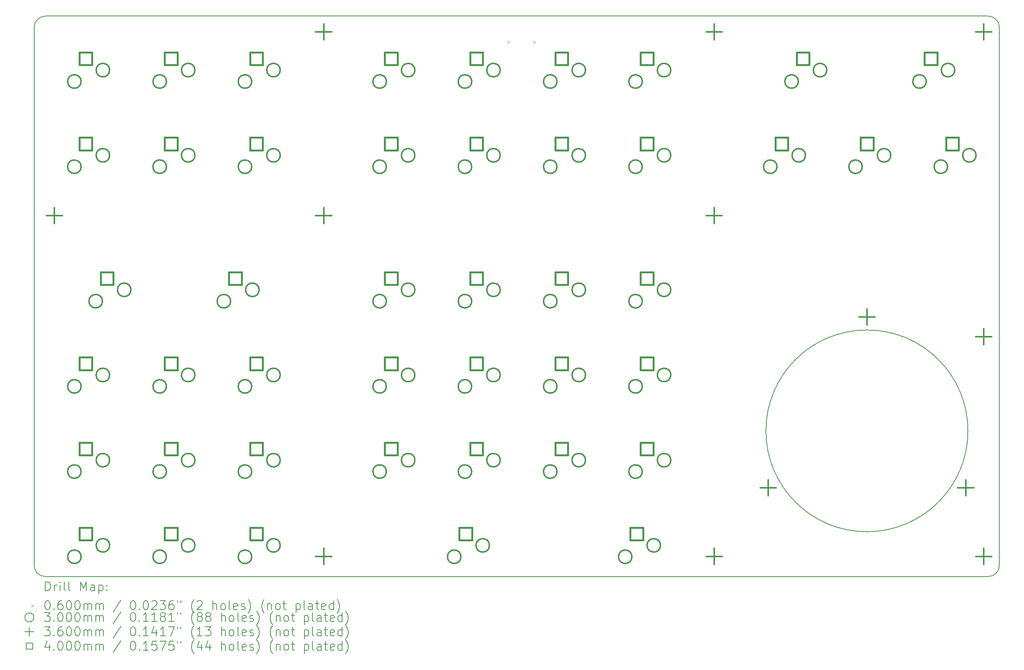
<source format=gbr>
%TF.GenerationSoftware,KiCad,Pcbnew,(6.0.7)*%
%TF.CreationDate,2023-02-05T05:32:13+01:00*%
%TF.ProjectId,DaVinciKbd,44615669-6e63-4694-9b62-642e6b696361,rev?*%
%TF.SameCoordinates,Original*%
%TF.FileFunction,Drillmap*%
%TF.FilePolarity,Positive*%
%FSLAX45Y45*%
G04 Gerber Fmt 4.5, Leading zero omitted, Abs format (unit mm)*
G04 Created by KiCad (PCBNEW (6.0.7)) date 2023-02-05 05:32:13*
%MOMM*%
%LPD*%
G01*
G04 APERTURE LIST*
%ADD10C,0.150000*%
%ADD11C,0.200000*%
%ADD12C,0.060000*%
%ADD13C,0.300000*%
%ADD14C,0.360000*%
%ADD15C,0.400000*%
G04 APERTURE END LIST*
D10*
X23500000Y-16250000D02*
G75*
G03*
X23750000Y-16000000I0J250000D01*
G01*
X23500000Y-16250000D02*
X2500000Y-16250000D01*
D11*
X23750000Y-13500000D02*
X23750000Y-16000000D01*
D10*
X2250000Y-4000000D02*
X2250000Y-16000000D01*
D11*
X23750000Y-13000000D02*
X23750000Y-4000000D01*
D10*
X2500000Y-3750000D02*
X23500000Y-3750000D01*
D11*
X23750000Y-13000000D02*
X23750000Y-13500000D01*
X23050000Y-13000000D02*
G75*
G03*
X23050000Y-13000000I-2250000J0D01*
G01*
D10*
X23750000Y-4000000D02*
G75*
G03*
X23500000Y-3750000I-250000J0D01*
G01*
X2500000Y-3750000D02*
G75*
G03*
X2250000Y-4000000I0J-250000D01*
G01*
X2250000Y-16000000D02*
G75*
G03*
X2500000Y-16250000I250000J0D01*
G01*
D11*
D12*
X12781000Y-4295000D02*
X12841000Y-4355000D01*
X12841000Y-4295000D02*
X12781000Y-4355000D01*
X13359000Y-4295000D02*
X13419000Y-4355000D01*
X13419000Y-4295000D02*
X13359000Y-4355000D01*
D13*
X3296000Y-5208000D02*
G75*
G03*
X3296000Y-5208000I-150000J0D01*
G01*
X3296000Y-7108000D02*
G75*
G03*
X3296000Y-7108000I-150000J0D01*
G01*
X3296000Y-12008000D02*
G75*
G03*
X3296000Y-12008000I-150000J0D01*
G01*
X3296000Y-13908000D02*
G75*
G03*
X3296000Y-13908000I-150000J0D01*
G01*
X3296000Y-15808000D02*
G75*
G03*
X3296000Y-15808000I-150000J0D01*
G01*
X3771000Y-10108000D02*
G75*
G03*
X3771000Y-10108000I-150000J0D01*
G01*
X3931000Y-4954000D02*
G75*
G03*
X3931000Y-4954000I-150000J0D01*
G01*
X3931000Y-6854000D02*
G75*
G03*
X3931000Y-6854000I-150000J0D01*
G01*
X3931000Y-11754000D02*
G75*
G03*
X3931000Y-11754000I-150000J0D01*
G01*
X3931000Y-13654000D02*
G75*
G03*
X3931000Y-13654000I-150000J0D01*
G01*
X3931000Y-15554000D02*
G75*
G03*
X3931000Y-15554000I-150000J0D01*
G01*
X4406000Y-9854000D02*
G75*
G03*
X4406000Y-9854000I-150000J0D01*
G01*
X5196000Y-5208000D02*
G75*
G03*
X5196000Y-5208000I-150000J0D01*
G01*
X5196000Y-7108000D02*
G75*
G03*
X5196000Y-7108000I-150000J0D01*
G01*
X5196000Y-12008000D02*
G75*
G03*
X5196000Y-12008000I-150000J0D01*
G01*
X5196000Y-13908000D02*
G75*
G03*
X5196000Y-13908000I-150000J0D01*
G01*
X5196000Y-15808000D02*
G75*
G03*
X5196000Y-15808000I-150000J0D01*
G01*
X5831000Y-4954000D02*
G75*
G03*
X5831000Y-4954000I-150000J0D01*
G01*
X5831000Y-6854000D02*
G75*
G03*
X5831000Y-6854000I-150000J0D01*
G01*
X5831000Y-11754000D02*
G75*
G03*
X5831000Y-11754000I-150000J0D01*
G01*
X5831000Y-13654000D02*
G75*
G03*
X5831000Y-13654000I-150000J0D01*
G01*
X5831000Y-15554000D02*
G75*
G03*
X5831000Y-15554000I-150000J0D01*
G01*
X6626000Y-10108000D02*
G75*
G03*
X6626000Y-10108000I-150000J0D01*
G01*
X7096000Y-5208000D02*
G75*
G03*
X7096000Y-5208000I-150000J0D01*
G01*
X7096000Y-7108000D02*
G75*
G03*
X7096000Y-7108000I-150000J0D01*
G01*
X7096000Y-12008000D02*
G75*
G03*
X7096000Y-12008000I-150000J0D01*
G01*
X7096000Y-13908000D02*
G75*
G03*
X7096000Y-13908000I-150000J0D01*
G01*
X7096000Y-15808000D02*
G75*
G03*
X7096000Y-15808000I-150000J0D01*
G01*
X7261000Y-9854000D02*
G75*
G03*
X7261000Y-9854000I-150000J0D01*
G01*
X7731000Y-4954000D02*
G75*
G03*
X7731000Y-4954000I-150000J0D01*
G01*
X7731000Y-6854000D02*
G75*
G03*
X7731000Y-6854000I-150000J0D01*
G01*
X7731000Y-11754000D02*
G75*
G03*
X7731000Y-11754000I-150000J0D01*
G01*
X7731000Y-13654000D02*
G75*
G03*
X7731000Y-13654000I-150000J0D01*
G01*
X7731000Y-15554000D02*
G75*
G03*
X7731000Y-15554000I-150000J0D01*
G01*
X10096000Y-5208000D02*
G75*
G03*
X10096000Y-5208000I-150000J0D01*
G01*
X10096000Y-7108000D02*
G75*
G03*
X10096000Y-7108000I-150000J0D01*
G01*
X10096000Y-10108000D02*
G75*
G03*
X10096000Y-10108000I-150000J0D01*
G01*
X10096000Y-12008000D02*
G75*
G03*
X10096000Y-12008000I-150000J0D01*
G01*
X10096000Y-13908000D02*
G75*
G03*
X10096000Y-13908000I-150000J0D01*
G01*
X10731000Y-4954000D02*
G75*
G03*
X10731000Y-4954000I-150000J0D01*
G01*
X10731000Y-6854000D02*
G75*
G03*
X10731000Y-6854000I-150000J0D01*
G01*
X10731000Y-9854000D02*
G75*
G03*
X10731000Y-9854000I-150000J0D01*
G01*
X10731000Y-11754000D02*
G75*
G03*
X10731000Y-11754000I-150000J0D01*
G01*
X10731000Y-13654000D02*
G75*
G03*
X10731000Y-13654000I-150000J0D01*
G01*
X11756000Y-15808000D02*
G75*
G03*
X11756000Y-15808000I-150000J0D01*
G01*
X11996000Y-5208000D02*
G75*
G03*
X11996000Y-5208000I-150000J0D01*
G01*
X11996000Y-7108000D02*
G75*
G03*
X11996000Y-7108000I-150000J0D01*
G01*
X11996000Y-10108000D02*
G75*
G03*
X11996000Y-10108000I-150000J0D01*
G01*
X11996000Y-12008000D02*
G75*
G03*
X11996000Y-12008000I-150000J0D01*
G01*
X11996000Y-13908000D02*
G75*
G03*
X11996000Y-13908000I-150000J0D01*
G01*
X12391000Y-15554000D02*
G75*
G03*
X12391000Y-15554000I-150000J0D01*
G01*
X12631000Y-4954000D02*
G75*
G03*
X12631000Y-4954000I-150000J0D01*
G01*
X12631000Y-6854000D02*
G75*
G03*
X12631000Y-6854000I-150000J0D01*
G01*
X12631000Y-9854000D02*
G75*
G03*
X12631000Y-9854000I-150000J0D01*
G01*
X12631000Y-11754000D02*
G75*
G03*
X12631000Y-11754000I-150000J0D01*
G01*
X12631000Y-13654000D02*
G75*
G03*
X12631000Y-13654000I-150000J0D01*
G01*
X13896000Y-5208000D02*
G75*
G03*
X13896000Y-5208000I-150000J0D01*
G01*
X13896000Y-7108000D02*
G75*
G03*
X13896000Y-7108000I-150000J0D01*
G01*
X13896000Y-10108000D02*
G75*
G03*
X13896000Y-10108000I-150000J0D01*
G01*
X13896000Y-12008000D02*
G75*
G03*
X13896000Y-12008000I-150000J0D01*
G01*
X13896000Y-13908000D02*
G75*
G03*
X13896000Y-13908000I-150000J0D01*
G01*
X14531000Y-4954000D02*
G75*
G03*
X14531000Y-4954000I-150000J0D01*
G01*
X14531000Y-6854000D02*
G75*
G03*
X14531000Y-6854000I-150000J0D01*
G01*
X14531000Y-9854000D02*
G75*
G03*
X14531000Y-9854000I-150000J0D01*
G01*
X14531000Y-11754000D02*
G75*
G03*
X14531000Y-11754000I-150000J0D01*
G01*
X14531000Y-13654000D02*
G75*
G03*
X14531000Y-13654000I-150000J0D01*
G01*
X15566000Y-15808000D02*
G75*
G03*
X15566000Y-15808000I-150000J0D01*
G01*
X15796000Y-5208000D02*
G75*
G03*
X15796000Y-5208000I-150000J0D01*
G01*
X15796000Y-7108000D02*
G75*
G03*
X15796000Y-7108000I-150000J0D01*
G01*
X15796000Y-10108000D02*
G75*
G03*
X15796000Y-10108000I-150000J0D01*
G01*
X15796000Y-12008000D02*
G75*
G03*
X15796000Y-12008000I-150000J0D01*
G01*
X15796000Y-13908000D02*
G75*
G03*
X15796000Y-13908000I-150000J0D01*
G01*
X16201000Y-15554000D02*
G75*
G03*
X16201000Y-15554000I-150000J0D01*
G01*
X16431000Y-4954000D02*
G75*
G03*
X16431000Y-4954000I-150000J0D01*
G01*
X16431000Y-6854000D02*
G75*
G03*
X16431000Y-6854000I-150000J0D01*
G01*
X16431000Y-9854000D02*
G75*
G03*
X16431000Y-9854000I-150000J0D01*
G01*
X16431000Y-11754000D02*
G75*
G03*
X16431000Y-11754000I-150000J0D01*
G01*
X16431000Y-13654000D02*
G75*
G03*
X16431000Y-13654000I-150000J0D01*
G01*
X18796000Y-7108000D02*
G75*
G03*
X18796000Y-7108000I-150000J0D01*
G01*
X19271000Y-5208000D02*
G75*
G03*
X19271000Y-5208000I-150000J0D01*
G01*
X19431000Y-6854000D02*
G75*
G03*
X19431000Y-6854000I-150000J0D01*
G01*
X19906000Y-4954000D02*
G75*
G03*
X19906000Y-4954000I-150000J0D01*
G01*
X20696000Y-7108000D02*
G75*
G03*
X20696000Y-7108000I-150000J0D01*
G01*
X21331000Y-6854000D02*
G75*
G03*
X21331000Y-6854000I-150000J0D01*
G01*
X22121000Y-5208000D02*
G75*
G03*
X22121000Y-5208000I-150000J0D01*
G01*
X22596000Y-7108000D02*
G75*
G03*
X22596000Y-7108000I-150000J0D01*
G01*
X22756000Y-4954000D02*
G75*
G03*
X22756000Y-4954000I-150000J0D01*
G01*
X23231000Y-6854000D02*
G75*
G03*
X23231000Y-6854000I-150000J0D01*
G01*
D14*
X2700000Y-8020000D02*
X2700000Y-8380000D01*
X2520000Y-8200000D02*
X2880000Y-8200000D01*
X8700000Y-3920000D02*
X8700000Y-4280000D01*
X8520000Y-4100000D02*
X8880000Y-4100000D01*
X8700000Y-8020000D02*
X8700000Y-8380000D01*
X8520000Y-8200000D02*
X8880000Y-8200000D01*
X8700000Y-15620000D02*
X8700000Y-15980000D01*
X8520000Y-15800000D02*
X8880000Y-15800000D01*
X17400000Y-3920000D02*
X17400000Y-4280000D01*
X17220000Y-4100000D02*
X17580000Y-4100000D01*
X17400000Y-8020000D02*
X17400000Y-8380000D01*
X17220000Y-8200000D02*
X17580000Y-8200000D01*
X17400000Y-15620000D02*
X17400000Y-15980000D01*
X17220000Y-15800000D02*
X17580000Y-15800000D01*
X18600000Y-14090000D02*
X18600000Y-14450000D01*
X18420000Y-14270000D02*
X18780000Y-14270000D01*
X20800000Y-10280000D02*
X20800000Y-10640000D01*
X20620000Y-10460000D02*
X20980000Y-10460000D01*
X23000000Y-14090000D02*
X23000000Y-14450000D01*
X22820000Y-14270000D02*
X23180000Y-14270000D01*
X23400000Y-3920000D02*
X23400000Y-4280000D01*
X23220000Y-4100000D02*
X23580000Y-4100000D01*
X23400000Y-10720000D02*
X23400000Y-11080000D01*
X23220000Y-10900000D02*
X23580000Y-10900000D01*
X23400000Y-15620000D02*
X23400000Y-15980000D01*
X23220000Y-15800000D02*
X23580000Y-15800000D01*
D15*
X3541423Y-4841423D02*
X3541423Y-4558577D01*
X3258577Y-4558577D01*
X3258577Y-4841423D01*
X3541423Y-4841423D01*
X3541423Y-6741423D02*
X3541423Y-6458577D01*
X3258577Y-6458577D01*
X3258577Y-6741423D01*
X3541423Y-6741423D01*
X3541423Y-11641423D02*
X3541423Y-11358577D01*
X3258577Y-11358577D01*
X3258577Y-11641423D01*
X3541423Y-11641423D01*
X3541423Y-13541423D02*
X3541423Y-13258577D01*
X3258577Y-13258577D01*
X3258577Y-13541423D01*
X3541423Y-13541423D01*
X3541423Y-15441423D02*
X3541423Y-15158577D01*
X3258577Y-15158577D01*
X3258577Y-15441423D01*
X3541423Y-15441423D01*
X4016423Y-9741423D02*
X4016423Y-9458577D01*
X3733577Y-9458577D01*
X3733577Y-9741423D01*
X4016423Y-9741423D01*
X5441423Y-4841423D02*
X5441423Y-4558577D01*
X5158577Y-4558577D01*
X5158577Y-4841423D01*
X5441423Y-4841423D01*
X5441423Y-6741423D02*
X5441423Y-6458577D01*
X5158577Y-6458577D01*
X5158577Y-6741423D01*
X5441423Y-6741423D01*
X5441423Y-11641423D02*
X5441423Y-11358577D01*
X5158577Y-11358577D01*
X5158577Y-11641423D01*
X5441423Y-11641423D01*
X5441423Y-13541423D02*
X5441423Y-13258577D01*
X5158577Y-13258577D01*
X5158577Y-13541423D01*
X5441423Y-13541423D01*
X5441423Y-15441423D02*
X5441423Y-15158577D01*
X5158577Y-15158577D01*
X5158577Y-15441423D01*
X5441423Y-15441423D01*
X6871423Y-9741423D02*
X6871423Y-9458577D01*
X6588577Y-9458577D01*
X6588577Y-9741423D01*
X6871423Y-9741423D01*
X7341423Y-4841423D02*
X7341423Y-4558577D01*
X7058577Y-4558577D01*
X7058577Y-4841423D01*
X7341423Y-4841423D01*
X7341423Y-6741423D02*
X7341423Y-6458577D01*
X7058577Y-6458577D01*
X7058577Y-6741423D01*
X7341423Y-6741423D01*
X7341423Y-11641423D02*
X7341423Y-11358577D01*
X7058577Y-11358577D01*
X7058577Y-11641423D01*
X7341423Y-11641423D01*
X7341423Y-13541423D02*
X7341423Y-13258577D01*
X7058577Y-13258577D01*
X7058577Y-13541423D01*
X7341423Y-13541423D01*
X7341423Y-15441423D02*
X7341423Y-15158577D01*
X7058577Y-15158577D01*
X7058577Y-15441423D01*
X7341423Y-15441423D01*
X10341423Y-4841423D02*
X10341423Y-4558577D01*
X10058577Y-4558577D01*
X10058577Y-4841423D01*
X10341423Y-4841423D01*
X10341423Y-6741423D02*
X10341423Y-6458577D01*
X10058577Y-6458577D01*
X10058577Y-6741423D01*
X10341423Y-6741423D01*
X10341423Y-9741423D02*
X10341423Y-9458577D01*
X10058577Y-9458577D01*
X10058577Y-9741423D01*
X10341423Y-9741423D01*
X10341423Y-11641423D02*
X10341423Y-11358577D01*
X10058577Y-11358577D01*
X10058577Y-11641423D01*
X10341423Y-11641423D01*
X10341423Y-13541423D02*
X10341423Y-13258577D01*
X10058577Y-13258577D01*
X10058577Y-13541423D01*
X10341423Y-13541423D01*
X12001423Y-15441423D02*
X12001423Y-15158577D01*
X11718577Y-15158577D01*
X11718577Y-15441423D01*
X12001423Y-15441423D01*
X12241423Y-4841423D02*
X12241423Y-4558577D01*
X11958577Y-4558577D01*
X11958577Y-4841423D01*
X12241423Y-4841423D01*
X12241423Y-6741423D02*
X12241423Y-6458577D01*
X11958577Y-6458577D01*
X11958577Y-6741423D01*
X12241423Y-6741423D01*
X12241423Y-9741423D02*
X12241423Y-9458577D01*
X11958577Y-9458577D01*
X11958577Y-9741423D01*
X12241423Y-9741423D01*
X12241423Y-11641423D02*
X12241423Y-11358577D01*
X11958577Y-11358577D01*
X11958577Y-11641423D01*
X12241423Y-11641423D01*
X12241423Y-13541423D02*
X12241423Y-13258577D01*
X11958577Y-13258577D01*
X11958577Y-13541423D01*
X12241423Y-13541423D01*
X14141423Y-4841423D02*
X14141423Y-4558577D01*
X13858577Y-4558577D01*
X13858577Y-4841423D01*
X14141423Y-4841423D01*
X14141423Y-6741423D02*
X14141423Y-6458577D01*
X13858577Y-6458577D01*
X13858577Y-6741423D01*
X14141423Y-6741423D01*
X14141423Y-9741423D02*
X14141423Y-9458577D01*
X13858577Y-9458577D01*
X13858577Y-9741423D01*
X14141423Y-9741423D01*
X14141423Y-11641423D02*
X14141423Y-11358577D01*
X13858577Y-11358577D01*
X13858577Y-11641423D01*
X14141423Y-11641423D01*
X14141423Y-13541423D02*
X14141423Y-13258577D01*
X13858577Y-13258577D01*
X13858577Y-13541423D01*
X14141423Y-13541423D01*
X15811423Y-15441423D02*
X15811423Y-15158577D01*
X15528577Y-15158577D01*
X15528577Y-15441423D01*
X15811423Y-15441423D01*
X16041423Y-4841423D02*
X16041423Y-4558577D01*
X15758577Y-4558577D01*
X15758577Y-4841423D01*
X16041423Y-4841423D01*
X16041423Y-6741423D02*
X16041423Y-6458577D01*
X15758577Y-6458577D01*
X15758577Y-6741423D01*
X16041423Y-6741423D01*
X16041423Y-9741423D02*
X16041423Y-9458577D01*
X15758577Y-9458577D01*
X15758577Y-9741423D01*
X16041423Y-9741423D01*
X16041423Y-11641423D02*
X16041423Y-11358577D01*
X15758577Y-11358577D01*
X15758577Y-11641423D01*
X16041423Y-11641423D01*
X16041423Y-13541423D02*
X16041423Y-13258577D01*
X15758577Y-13258577D01*
X15758577Y-13541423D01*
X16041423Y-13541423D01*
X19041423Y-6741423D02*
X19041423Y-6458577D01*
X18758577Y-6458577D01*
X18758577Y-6741423D01*
X19041423Y-6741423D01*
X19516423Y-4841423D02*
X19516423Y-4558577D01*
X19233577Y-4558577D01*
X19233577Y-4841423D01*
X19516423Y-4841423D01*
X20941423Y-6741423D02*
X20941423Y-6458577D01*
X20658577Y-6458577D01*
X20658577Y-6741423D01*
X20941423Y-6741423D01*
X22366423Y-4841423D02*
X22366423Y-4558577D01*
X22083577Y-4558577D01*
X22083577Y-4841423D01*
X22366423Y-4841423D01*
X22841423Y-6741423D02*
X22841423Y-6458577D01*
X22558577Y-6458577D01*
X22558577Y-6741423D01*
X22841423Y-6741423D01*
D11*
X2500119Y-16567976D02*
X2500119Y-16367976D01*
X2547738Y-16367976D01*
X2576310Y-16377500D01*
X2595357Y-16396548D01*
X2604881Y-16415595D01*
X2614405Y-16453690D01*
X2614405Y-16482262D01*
X2604881Y-16520357D01*
X2595357Y-16539405D01*
X2576310Y-16558452D01*
X2547738Y-16567976D01*
X2500119Y-16567976D01*
X2700119Y-16567976D02*
X2700119Y-16434643D01*
X2700119Y-16472738D02*
X2709643Y-16453690D01*
X2719167Y-16444167D01*
X2738214Y-16434643D01*
X2757262Y-16434643D01*
X2823928Y-16567976D02*
X2823928Y-16434643D01*
X2823928Y-16367976D02*
X2814405Y-16377500D01*
X2823928Y-16387024D01*
X2833452Y-16377500D01*
X2823928Y-16367976D01*
X2823928Y-16387024D01*
X2947738Y-16567976D02*
X2928690Y-16558452D01*
X2919167Y-16539405D01*
X2919167Y-16367976D01*
X3052500Y-16567976D02*
X3033452Y-16558452D01*
X3023928Y-16539405D01*
X3023928Y-16367976D01*
X3281071Y-16567976D02*
X3281071Y-16367976D01*
X3347738Y-16510833D01*
X3414405Y-16367976D01*
X3414405Y-16567976D01*
X3595357Y-16567976D02*
X3595357Y-16463214D01*
X3585833Y-16444167D01*
X3566786Y-16434643D01*
X3528690Y-16434643D01*
X3509643Y-16444167D01*
X3595357Y-16558452D02*
X3576309Y-16567976D01*
X3528690Y-16567976D01*
X3509643Y-16558452D01*
X3500119Y-16539405D01*
X3500119Y-16520357D01*
X3509643Y-16501309D01*
X3528690Y-16491786D01*
X3576309Y-16491786D01*
X3595357Y-16482262D01*
X3690595Y-16434643D02*
X3690595Y-16634643D01*
X3690595Y-16444167D02*
X3709643Y-16434643D01*
X3747738Y-16434643D01*
X3766786Y-16444167D01*
X3776309Y-16453690D01*
X3785833Y-16472738D01*
X3785833Y-16529881D01*
X3776309Y-16548928D01*
X3766786Y-16558452D01*
X3747738Y-16567976D01*
X3709643Y-16567976D01*
X3690595Y-16558452D01*
X3871548Y-16548928D02*
X3881071Y-16558452D01*
X3871548Y-16567976D01*
X3862024Y-16558452D01*
X3871548Y-16548928D01*
X3871548Y-16567976D01*
X3871548Y-16444167D02*
X3881071Y-16453690D01*
X3871548Y-16463214D01*
X3862024Y-16453690D01*
X3871548Y-16444167D01*
X3871548Y-16463214D01*
D12*
X2182500Y-16867500D02*
X2242500Y-16927500D01*
X2242500Y-16867500D02*
X2182500Y-16927500D01*
D11*
X2538214Y-16787976D02*
X2557262Y-16787976D01*
X2576310Y-16797500D01*
X2585833Y-16807024D01*
X2595357Y-16826071D01*
X2604881Y-16864167D01*
X2604881Y-16911786D01*
X2595357Y-16949881D01*
X2585833Y-16968929D01*
X2576310Y-16978452D01*
X2557262Y-16987976D01*
X2538214Y-16987976D01*
X2519167Y-16978452D01*
X2509643Y-16968929D01*
X2500119Y-16949881D01*
X2490595Y-16911786D01*
X2490595Y-16864167D01*
X2500119Y-16826071D01*
X2509643Y-16807024D01*
X2519167Y-16797500D01*
X2538214Y-16787976D01*
X2690595Y-16968929D02*
X2700119Y-16978452D01*
X2690595Y-16987976D01*
X2681071Y-16978452D01*
X2690595Y-16968929D01*
X2690595Y-16987976D01*
X2871548Y-16787976D02*
X2833452Y-16787976D01*
X2814405Y-16797500D01*
X2804881Y-16807024D01*
X2785833Y-16835595D01*
X2776310Y-16873690D01*
X2776310Y-16949881D01*
X2785833Y-16968929D01*
X2795357Y-16978452D01*
X2814405Y-16987976D01*
X2852500Y-16987976D01*
X2871548Y-16978452D01*
X2881071Y-16968929D01*
X2890595Y-16949881D01*
X2890595Y-16902262D01*
X2881071Y-16883214D01*
X2871548Y-16873690D01*
X2852500Y-16864167D01*
X2814405Y-16864167D01*
X2795357Y-16873690D01*
X2785833Y-16883214D01*
X2776310Y-16902262D01*
X3014405Y-16787976D02*
X3033452Y-16787976D01*
X3052500Y-16797500D01*
X3062024Y-16807024D01*
X3071548Y-16826071D01*
X3081071Y-16864167D01*
X3081071Y-16911786D01*
X3071548Y-16949881D01*
X3062024Y-16968929D01*
X3052500Y-16978452D01*
X3033452Y-16987976D01*
X3014405Y-16987976D01*
X2995357Y-16978452D01*
X2985833Y-16968929D01*
X2976309Y-16949881D01*
X2966786Y-16911786D01*
X2966786Y-16864167D01*
X2976309Y-16826071D01*
X2985833Y-16807024D01*
X2995357Y-16797500D01*
X3014405Y-16787976D01*
X3204881Y-16787976D02*
X3223928Y-16787976D01*
X3242976Y-16797500D01*
X3252500Y-16807024D01*
X3262024Y-16826071D01*
X3271548Y-16864167D01*
X3271548Y-16911786D01*
X3262024Y-16949881D01*
X3252500Y-16968929D01*
X3242976Y-16978452D01*
X3223928Y-16987976D01*
X3204881Y-16987976D01*
X3185833Y-16978452D01*
X3176309Y-16968929D01*
X3166786Y-16949881D01*
X3157262Y-16911786D01*
X3157262Y-16864167D01*
X3166786Y-16826071D01*
X3176309Y-16807024D01*
X3185833Y-16797500D01*
X3204881Y-16787976D01*
X3357262Y-16987976D02*
X3357262Y-16854643D01*
X3357262Y-16873690D02*
X3366786Y-16864167D01*
X3385833Y-16854643D01*
X3414405Y-16854643D01*
X3433452Y-16864167D01*
X3442976Y-16883214D01*
X3442976Y-16987976D01*
X3442976Y-16883214D02*
X3452500Y-16864167D01*
X3471548Y-16854643D01*
X3500119Y-16854643D01*
X3519167Y-16864167D01*
X3528690Y-16883214D01*
X3528690Y-16987976D01*
X3623928Y-16987976D02*
X3623928Y-16854643D01*
X3623928Y-16873690D02*
X3633452Y-16864167D01*
X3652500Y-16854643D01*
X3681071Y-16854643D01*
X3700119Y-16864167D01*
X3709643Y-16883214D01*
X3709643Y-16987976D01*
X3709643Y-16883214D02*
X3719167Y-16864167D01*
X3738214Y-16854643D01*
X3766786Y-16854643D01*
X3785833Y-16864167D01*
X3795357Y-16883214D01*
X3795357Y-16987976D01*
X4185833Y-16778452D02*
X4014405Y-17035595D01*
X4442976Y-16787976D02*
X4462024Y-16787976D01*
X4481071Y-16797500D01*
X4490595Y-16807024D01*
X4500119Y-16826071D01*
X4509643Y-16864167D01*
X4509643Y-16911786D01*
X4500119Y-16949881D01*
X4490595Y-16968929D01*
X4481071Y-16978452D01*
X4462024Y-16987976D01*
X4442976Y-16987976D01*
X4423929Y-16978452D01*
X4414405Y-16968929D01*
X4404881Y-16949881D01*
X4395357Y-16911786D01*
X4395357Y-16864167D01*
X4404881Y-16826071D01*
X4414405Y-16807024D01*
X4423929Y-16797500D01*
X4442976Y-16787976D01*
X4595357Y-16968929D02*
X4604881Y-16978452D01*
X4595357Y-16987976D01*
X4585833Y-16978452D01*
X4595357Y-16968929D01*
X4595357Y-16987976D01*
X4728690Y-16787976D02*
X4747738Y-16787976D01*
X4766786Y-16797500D01*
X4776310Y-16807024D01*
X4785833Y-16826071D01*
X4795357Y-16864167D01*
X4795357Y-16911786D01*
X4785833Y-16949881D01*
X4776310Y-16968929D01*
X4766786Y-16978452D01*
X4747738Y-16987976D01*
X4728690Y-16987976D01*
X4709643Y-16978452D01*
X4700119Y-16968929D01*
X4690595Y-16949881D01*
X4681071Y-16911786D01*
X4681071Y-16864167D01*
X4690595Y-16826071D01*
X4700119Y-16807024D01*
X4709643Y-16797500D01*
X4728690Y-16787976D01*
X4871548Y-16807024D02*
X4881071Y-16797500D01*
X4900119Y-16787976D01*
X4947738Y-16787976D01*
X4966786Y-16797500D01*
X4976310Y-16807024D01*
X4985833Y-16826071D01*
X4985833Y-16845119D01*
X4976310Y-16873690D01*
X4862024Y-16987976D01*
X4985833Y-16987976D01*
X5052500Y-16787976D02*
X5176310Y-16787976D01*
X5109643Y-16864167D01*
X5138214Y-16864167D01*
X5157262Y-16873690D01*
X5166786Y-16883214D01*
X5176310Y-16902262D01*
X5176310Y-16949881D01*
X5166786Y-16968929D01*
X5157262Y-16978452D01*
X5138214Y-16987976D01*
X5081071Y-16987976D01*
X5062024Y-16978452D01*
X5052500Y-16968929D01*
X5347738Y-16787976D02*
X5309643Y-16787976D01*
X5290595Y-16797500D01*
X5281071Y-16807024D01*
X5262024Y-16835595D01*
X5252500Y-16873690D01*
X5252500Y-16949881D01*
X5262024Y-16968929D01*
X5271548Y-16978452D01*
X5290595Y-16987976D01*
X5328690Y-16987976D01*
X5347738Y-16978452D01*
X5357262Y-16968929D01*
X5366786Y-16949881D01*
X5366786Y-16902262D01*
X5357262Y-16883214D01*
X5347738Y-16873690D01*
X5328690Y-16864167D01*
X5290595Y-16864167D01*
X5271548Y-16873690D01*
X5262024Y-16883214D01*
X5252500Y-16902262D01*
X5442976Y-16787976D02*
X5442976Y-16826071D01*
X5519167Y-16787976D02*
X5519167Y-16826071D01*
X5814405Y-17064167D02*
X5804881Y-17054643D01*
X5785833Y-17026071D01*
X5776309Y-17007024D01*
X5766786Y-16978452D01*
X5757262Y-16930833D01*
X5757262Y-16892738D01*
X5766786Y-16845119D01*
X5776309Y-16816548D01*
X5785833Y-16797500D01*
X5804881Y-16768928D01*
X5814405Y-16759405D01*
X5881071Y-16807024D02*
X5890595Y-16797500D01*
X5909643Y-16787976D01*
X5957262Y-16787976D01*
X5976309Y-16797500D01*
X5985833Y-16807024D01*
X5995357Y-16826071D01*
X5995357Y-16845119D01*
X5985833Y-16873690D01*
X5871548Y-16987976D01*
X5995357Y-16987976D01*
X6233452Y-16987976D02*
X6233452Y-16787976D01*
X6319167Y-16987976D02*
X6319167Y-16883214D01*
X6309643Y-16864167D01*
X6290595Y-16854643D01*
X6262024Y-16854643D01*
X6242976Y-16864167D01*
X6233452Y-16873690D01*
X6442976Y-16987976D02*
X6423928Y-16978452D01*
X6414405Y-16968929D01*
X6404881Y-16949881D01*
X6404881Y-16892738D01*
X6414405Y-16873690D01*
X6423928Y-16864167D01*
X6442976Y-16854643D01*
X6471548Y-16854643D01*
X6490595Y-16864167D01*
X6500119Y-16873690D01*
X6509643Y-16892738D01*
X6509643Y-16949881D01*
X6500119Y-16968929D01*
X6490595Y-16978452D01*
X6471548Y-16987976D01*
X6442976Y-16987976D01*
X6623928Y-16987976D02*
X6604881Y-16978452D01*
X6595357Y-16959405D01*
X6595357Y-16787976D01*
X6776309Y-16978452D02*
X6757262Y-16987976D01*
X6719167Y-16987976D01*
X6700119Y-16978452D01*
X6690595Y-16959405D01*
X6690595Y-16883214D01*
X6700119Y-16864167D01*
X6719167Y-16854643D01*
X6757262Y-16854643D01*
X6776309Y-16864167D01*
X6785833Y-16883214D01*
X6785833Y-16902262D01*
X6690595Y-16921310D01*
X6862024Y-16978452D02*
X6881071Y-16987976D01*
X6919167Y-16987976D01*
X6938214Y-16978452D01*
X6947738Y-16959405D01*
X6947738Y-16949881D01*
X6938214Y-16930833D01*
X6919167Y-16921310D01*
X6890595Y-16921310D01*
X6871548Y-16911786D01*
X6862024Y-16892738D01*
X6862024Y-16883214D01*
X6871548Y-16864167D01*
X6890595Y-16854643D01*
X6919167Y-16854643D01*
X6938214Y-16864167D01*
X7014405Y-17064167D02*
X7023928Y-17054643D01*
X7042976Y-17026071D01*
X7052500Y-17007024D01*
X7062024Y-16978452D01*
X7071548Y-16930833D01*
X7071548Y-16892738D01*
X7062024Y-16845119D01*
X7052500Y-16816548D01*
X7042976Y-16797500D01*
X7023928Y-16768928D01*
X7014405Y-16759405D01*
X7376309Y-17064167D02*
X7366786Y-17054643D01*
X7347738Y-17026071D01*
X7338214Y-17007024D01*
X7328690Y-16978452D01*
X7319167Y-16930833D01*
X7319167Y-16892738D01*
X7328690Y-16845119D01*
X7338214Y-16816548D01*
X7347738Y-16797500D01*
X7366786Y-16768928D01*
X7376309Y-16759405D01*
X7452500Y-16854643D02*
X7452500Y-16987976D01*
X7452500Y-16873690D02*
X7462024Y-16864167D01*
X7481071Y-16854643D01*
X7509643Y-16854643D01*
X7528690Y-16864167D01*
X7538214Y-16883214D01*
X7538214Y-16987976D01*
X7662024Y-16987976D02*
X7642976Y-16978452D01*
X7633452Y-16968929D01*
X7623928Y-16949881D01*
X7623928Y-16892738D01*
X7633452Y-16873690D01*
X7642976Y-16864167D01*
X7662024Y-16854643D01*
X7690595Y-16854643D01*
X7709643Y-16864167D01*
X7719167Y-16873690D01*
X7728690Y-16892738D01*
X7728690Y-16949881D01*
X7719167Y-16968929D01*
X7709643Y-16978452D01*
X7690595Y-16987976D01*
X7662024Y-16987976D01*
X7785833Y-16854643D02*
X7862024Y-16854643D01*
X7814405Y-16787976D02*
X7814405Y-16959405D01*
X7823928Y-16978452D01*
X7842976Y-16987976D01*
X7862024Y-16987976D01*
X8081071Y-16854643D02*
X8081071Y-17054643D01*
X8081071Y-16864167D02*
X8100119Y-16854643D01*
X8138214Y-16854643D01*
X8157262Y-16864167D01*
X8166786Y-16873690D01*
X8176309Y-16892738D01*
X8176309Y-16949881D01*
X8166786Y-16968929D01*
X8157262Y-16978452D01*
X8138214Y-16987976D01*
X8100119Y-16987976D01*
X8081071Y-16978452D01*
X8290595Y-16987976D02*
X8271548Y-16978452D01*
X8262024Y-16959405D01*
X8262024Y-16787976D01*
X8452500Y-16987976D02*
X8452500Y-16883214D01*
X8442976Y-16864167D01*
X8423929Y-16854643D01*
X8385833Y-16854643D01*
X8366786Y-16864167D01*
X8452500Y-16978452D02*
X8433452Y-16987976D01*
X8385833Y-16987976D01*
X8366786Y-16978452D01*
X8357262Y-16959405D01*
X8357262Y-16940357D01*
X8366786Y-16921310D01*
X8385833Y-16911786D01*
X8433452Y-16911786D01*
X8452500Y-16902262D01*
X8519167Y-16854643D02*
X8595357Y-16854643D01*
X8547738Y-16787976D02*
X8547738Y-16959405D01*
X8557262Y-16978452D01*
X8576310Y-16987976D01*
X8595357Y-16987976D01*
X8738214Y-16978452D02*
X8719167Y-16987976D01*
X8681071Y-16987976D01*
X8662024Y-16978452D01*
X8652500Y-16959405D01*
X8652500Y-16883214D01*
X8662024Y-16864167D01*
X8681071Y-16854643D01*
X8719167Y-16854643D01*
X8738214Y-16864167D01*
X8747738Y-16883214D01*
X8747738Y-16902262D01*
X8652500Y-16921310D01*
X8919167Y-16987976D02*
X8919167Y-16787976D01*
X8919167Y-16978452D02*
X8900119Y-16987976D01*
X8862024Y-16987976D01*
X8842976Y-16978452D01*
X8833452Y-16968929D01*
X8823929Y-16949881D01*
X8823929Y-16892738D01*
X8833452Y-16873690D01*
X8842976Y-16864167D01*
X8862024Y-16854643D01*
X8900119Y-16854643D01*
X8919167Y-16864167D01*
X8995357Y-17064167D02*
X9004881Y-17054643D01*
X9023929Y-17026071D01*
X9033452Y-17007024D01*
X9042976Y-16978452D01*
X9052500Y-16930833D01*
X9052500Y-16892738D01*
X9042976Y-16845119D01*
X9033452Y-16816548D01*
X9023929Y-16797500D01*
X9004881Y-16768928D01*
X8995357Y-16759405D01*
X2242500Y-17161500D02*
G75*
G03*
X2242500Y-17161500I-100000J0D01*
G01*
X2481071Y-17051976D02*
X2604881Y-17051976D01*
X2538214Y-17128167D01*
X2566786Y-17128167D01*
X2585833Y-17137690D01*
X2595357Y-17147214D01*
X2604881Y-17166262D01*
X2604881Y-17213881D01*
X2595357Y-17232929D01*
X2585833Y-17242452D01*
X2566786Y-17251976D01*
X2509643Y-17251976D01*
X2490595Y-17242452D01*
X2481071Y-17232929D01*
X2690595Y-17232929D02*
X2700119Y-17242452D01*
X2690595Y-17251976D01*
X2681071Y-17242452D01*
X2690595Y-17232929D01*
X2690595Y-17251976D01*
X2823928Y-17051976D02*
X2842976Y-17051976D01*
X2862024Y-17061500D01*
X2871548Y-17071024D01*
X2881071Y-17090071D01*
X2890595Y-17128167D01*
X2890595Y-17175786D01*
X2881071Y-17213881D01*
X2871548Y-17232929D01*
X2862024Y-17242452D01*
X2842976Y-17251976D01*
X2823928Y-17251976D01*
X2804881Y-17242452D01*
X2795357Y-17232929D01*
X2785833Y-17213881D01*
X2776310Y-17175786D01*
X2776310Y-17128167D01*
X2785833Y-17090071D01*
X2795357Y-17071024D01*
X2804881Y-17061500D01*
X2823928Y-17051976D01*
X3014405Y-17051976D02*
X3033452Y-17051976D01*
X3052500Y-17061500D01*
X3062024Y-17071024D01*
X3071548Y-17090071D01*
X3081071Y-17128167D01*
X3081071Y-17175786D01*
X3071548Y-17213881D01*
X3062024Y-17232929D01*
X3052500Y-17242452D01*
X3033452Y-17251976D01*
X3014405Y-17251976D01*
X2995357Y-17242452D01*
X2985833Y-17232929D01*
X2976309Y-17213881D01*
X2966786Y-17175786D01*
X2966786Y-17128167D01*
X2976309Y-17090071D01*
X2985833Y-17071024D01*
X2995357Y-17061500D01*
X3014405Y-17051976D01*
X3204881Y-17051976D02*
X3223928Y-17051976D01*
X3242976Y-17061500D01*
X3252500Y-17071024D01*
X3262024Y-17090071D01*
X3271548Y-17128167D01*
X3271548Y-17175786D01*
X3262024Y-17213881D01*
X3252500Y-17232929D01*
X3242976Y-17242452D01*
X3223928Y-17251976D01*
X3204881Y-17251976D01*
X3185833Y-17242452D01*
X3176309Y-17232929D01*
X3166786Y-17213881D01*
X3157262Y-17175786D01*
X3157262Y-17128167D01*
X3166786Y-17090071D01*
X3176309Y-17071024D01*
X3185833Y-17061500D01*
X3204881Y-17051976D01*
X3357262Y-17251976D02*
X3357262Y-17118643D01*
X3357262Y-17137690D02*
X3366786Y-17128167D01*
X3385833Y-17118643D01*
X3414405Y-17118643D01*
X3433452Y-17128167D01*
X3442976Y-17147214D01*
X3442976Y-17251976D01*
X3442976Y-17147214D02*
X3452500Y-17128167D01*
X3471548Y-17118643D01*
X3500119Y-17118643D01*
X3519167Y-17128167D01*
X3528690Y-17147214D01*
X3528690Y-17251976D01*
X3623928Y-17251976D02*
X3623928Y-17118643D01*
X3623928Y-17137690D02*
X3633452Y-17128167D01*
X3652500Y-17118643D01*
X3681071Y-17118643D01*
X3700119Y-17128167D01*
X3709643Y-17147214D01*
X3709643Y-17251976D01*
X3709643Y-17147214D02*
X3719167Y-17128167D01*
X3738214Y-17118643D01*
X3766786Y-17118643D01*
X3785833Y-17128167D01*
X3795357Y-17147214D01*
X3795357Y-17251976D01*
X4185833Y-17042452D02*
X4014405Y-17299595D01*
X4442976Y-17051976D02*
X4462024Y-17051976D01*
X4481071Y-17061500D01*
X4490595Y-17071024D01*
X4500119Y-17090071D01*
X4509643Y-17128167D01*
X4509643Y-17175786D01*
X4500119Y-17213881D01*
X4490595Y-17232929D01*
X4481071Y-17242452D01*
X4462024Y-17251976D01*
X4442976Y-17251976D01*
X4423929Y-17242452D01*
X4414405Y-17232929D01*
X4404881Y-17213881D01*
X4395357Y-17175786D01*
X4395357Y-17128167D01*
X4404881Y-17090071D01*
X4414405Y-17071024D01*
X4423929Y-17061500D01*
X4442976Y-17051976D01*
X4595357Y-17232929D02*
X4604881Y-17242452D01*
X4595357Y-17251976D01*
X4585833Y-17242452D01*
X4595357Y-17232929D01*
X4595357Y-17251976D01*
X4795357Y-17251976D02*
X4681071Y-17251976D01*
X4738214Y-17251976D02*
X4738214Y-17051976D01*
X4719167Y-17080548D01*
X4700119Y-17099595D01*
X4681071Y-17109119D01*
X4985833Y-17251976D02*
X4871548Y-17251976D01*
X4928690Y-17251976D02*
X4928690Y-17051976D01*
X4909643Y-17080548D01*
X4890595Y-17099595D01*
X4871548Y-17109119D01*
X5100119Y-17137690D02*
X5081071Y-17128167D01*
X5071548Y-17118643D01*
X5062024Y-17099595D01*
X5062024Y-17090071D01*
X5071548Y-17071024D01*
X5081071Y-17061500D01*
X5100119Y-17051976D01*
X5138214Y-17051976D01*
X5157262Y-17061500D01*
X5166786Y-17071024D01*
X5176310Y-17090071D01*
X5176310Y-17099595D01*
X5166786Y-17118643D01*
X5157262Y-17128167D01*
X5138214Y-17137690D01*
X5100119Y-17137690D01*
X5081071Y-17147214D01*
X5071548Y-17156738D01*
X5062024Y-17175786D01*
X5062024Y-17213881D01*
X5071548Y-17232929D01*
X5081071Y-17242452D01*
X5100119Y-17251976D01*
X5138214Y-17251976D01*
X5157262Y-17242452D01*
X5166786Y-17232929D01*
X5176310Y-17213881D01*
X5176310Y-17175786D01*
X5166786Y-17156738D01*
X5157262Y-17147214D01*
X5138214Y-17137690D01*
X5366786Y-17251976D02*
X5252500Y-17251976D01*
X5309643Y-17251976D02*
X5309643Y-17051976D01*
X5290595Y-17080548D01*
X5271548Y-17099595D01*
X5252500Y-17109119D01*
X5442976Y-17051976D02*
X5442976Y-17090071D01*
X5519167Y-17051976D02*
X5519167Y-17090071D01*
X5814405Y-17328167D02*
X5804881Y-17318643D01*
X5785833Y-17290071D01*
X5776309Y-17271024D01*
X5766786Y-17242452D01*
X5757262Y-17194833D01*
X5757262Y-17156738D01*
X5766786Y-17109119D01*
X5776309Y-17080548D01*
X5785833Y-17061500D01*
X5804881Y-17032929D01*
X5814405Y-17023405D01*
X5919167Y-17137690D02*
X5900119Y-17128167D01*
X5890595Y-17118643D01*
X5881071Y-17099595D01*
X5881071Y-17090071D01*
X5890595Y-17071024D01*
X5900119Y-17061500D01*
X5919167Y-17051976D01*
X5957262Y-17051976D01*
X5976309Y-17061500D01*
X5985833Y-17071024D01*
X5995357Y-17090071D01*
X5995357Y-17099595D01*
X5985833Y-17118643D01*
X5976309Y-17128167D01*
X5957262Y-17137690D01*
X5919167Y-17137690D01*
X5900119Y-17147214D01*
X5890595Y-17156738D01*
X5881071Y-17175786D01*
X5881071Y-17213881D01*
X5890595Y-17232929D01*
X5900119Y-17242452D01*
X5919167Y-17251976D01*
X5957262Y-17251976D01*
X5976309Y-17242452D01*
X5985833Y-17232929D01*
X5995357Y-17213881D01*
X5995357Y-17175786D01*
X5985833Y-17156738D01*
X5976309Y-17147214D01*
X5957262Y-17137690D01*
X6109643Y-17137690D02*
X6090595Y-17128167D01*
X6081071Y-17118643D01*
X6071548Y-17099595D01*
X6071548Y-17090071D01*
X6081071Y-17071024D01*
X6090595Y-17061500D01*
X6109643Y-17051976D01*
X6147738Y-17051976D01*
X6166786Y-17061500D01*
X6176309Y-17071024D01*
X6185833Y-17090071D01*
X6185833Y-17099595D01*
X6176309Y-17118643D01*
X6166786Y-17128167D01*
X6147738Y-17137690D01*
X6109643Y-17137690D01*
X6090595Y-17147214D01*
X6081071Y-17156738D01*
X6071548Y-17175786D01*
X6071548Y-17213881D01*
X6081071Y-17232929D01*
X6090595Y-17242452D01*
X6109643Y-17251976D01*
X6147738Y-17251976D01*
X6166786Y-17242452D01*
X6176309Y-17232929D01*
X6185833Y-17213881D01*
X6185833Y-17175786D01*
X6176309Y-17156738D01*
X6166786Y-17147214D01*
X6147738Y-17137690D01*
X6423928Y-17251976D02*
X6423928Y-17051976D01*
X6509643Y-17251976D02*
X6509643Y-17147214D01*
X6500119Y-17128167D01*
X6481071Y-17118643D01*
X6452500Y-17118643D01*
X6433452Y-17128167D01*
X6423928Y-17137690D01*
X6633452Y-17251976D02*
X6614405Y-17242452D01*
X6604881Y-17232929D01*
X6595357Y-17213881D01*
X6595357Y-17156738D01*
X6604881Y-17137690D01*
X6614405Y-17128167D01*
X6633452Y-17118643D01*
X6662024Y-17118643D01*
X6681071Y-17128167D01*
X6690595Y-17137690D01*
X6700119Y-17156738D01*
X6700119Y-17213881D01*
X6690595Y-17232929D01*
X6681071Y-17242452D01*
X6662024Y-17251976D01*
X6633452Y-17251976D01*
X6814405Y-17251976D02*
X6795357Y-17242452D01*
X6785833Y-17223405D01*
X6785833Y-17051976D01*
X6966786Y-17242452D02*
X6947738Y-17251976D01*
X6909643Y-17251976D01*
X6890595Y-17242452D01*
X6881071Y-17223405D01*
X6881071Y-17147214D01*
X6890595Y-17128167D01*
X6909643Y-17118643D01*
X6947738Y-17118643D01*
X6966786Y-17128167D01*
X6976309Y-17147214D01*
X6976309Y-17166262D01*
X6881071Y-17185310D01*
X7052500Y-17242452D02*
X7071548Y-17251976D01*
X7109643Y-17251976D01*
X7128690Y-17242452D01*
X7138214Y-17223405D01*
X7138214Y-17213881D01*
X7128690Y-17194833D01*
X7109643Y-17185310D01*
X7081071Y-17185310D01*
X7062024Y-17175786D01*
X7052500Y-17156738D01*
X7052500Y-17147214D01*
X7062024Y-17128167D01*
X7081071Y-17118643D01*
X7109643Y-17118643D01*
X7128690Y-17128167D01*
X7204881Y-17328167D02*
X7214405Y-17318643D01*
X7233452Y-17290071D01*
X7242976Y-17271024D01*
X7252500Y-17242452D01*
X7262024Y-17194833D01*
X7262024Y-17156738D01*
X7252500Y-17109119D01*
X7242976Y-17080548D01*
X7233452Y-17061500D01*
X7214405Y-17032929D01*
X7204881Y-17023405D01*
X7566786Y-17328167D02*
X7557262Y-17318643D01*
X7538214Y-17290071D01*
X7528690Y-17271024D01*
X7519167Y-17242452D01*
X7509643Y-17194833D01*
X7509643Y-17156738D01*
X7519167Y-17109119D01*
X7528690Y-17080548D01*
X7538214Y-17061500D01*
X7557262Y-17032929D01*
X7566786Y-17023405D01*
X7642976Y-17118643D02*
X7642976Y-17251976D01*
X7642976Y-17137690D02*
X7652500Y-17128167D01*
X7671548Y-17118643D01*
X7700119Y-17118643D01*
X7719167Y-17128167D01*
X7728690Y-17147214D01*
X7728690Y-17251976D01*
X7852500Y-17251976D02*
X7833452Y-17242452D01*
X7823928Y-17232929D01*
X7814405Y-17213881D01*
X7814405Y-17156738D01*
X7823928Y-17137690D01*
X7833452Y-17128167D01*
X7852500Y-17118643D01*
X7881071Y-17118643D01*
X7900119Y-17128167D01*
X7909643Y-17137690D01*
X7919167Y-17156738D01*
X7919167Y-17213881D01*
X7909643Y-17232929D01*
X7900119Y-17242452D01*
X7881071Y-17251976D01*
X7852500Y-17251976D01*
X7976309Y-17118643D02*
X8052500Y-17118643D01*
X8004881Y-17051976D02*
X8004881Y-17223405D01*
X8014405Y-17242452D01*
X8033452Y-17251976D01*
X8052500Y-17251976D01*
X8271548Y-17118643D02*
X8271548Y-17318643D01*
X8271548Y-17128167D02*
X8290595Y-17118643D01*
X8328690Y-17118643D01*
X8347738Y-17128167D01*
X8357262Y-17137690D01*
X8366786Y-17156738D01*
X8366786Y-17213881D01*
X8357262Y-17232929D01*
X8347738Y-17242452D01*
X8328690Y-17251976D01*
X8290595Y-17251976D01*
X8271548Y-17242452D01*
X8481071Y-17251976D02*
X8462024Y-17242452D01*
X8452500Y-17223405D01*
X8452500Y-17051976D01*
X8642976Y-17251976D02*
X8642976Y-17147214D01*
X8633452Y-17128167D01*
X8614405Y-17118643D01*
X8576310Y-17118643D01*
X8557262Y-17128167D01*
X8642976Y-17242452D02*
X8623929Y-17251976D01*
X8576310Y-17251976D01*
X8557262Y-17242452D01*
X8547738Y-17223405D01*
X8547738Y-17204357D01*
X8557262Y-17185310D01*
X8576310Y-17175786D01*
X8623929Y-17175786D01*
X8642976Y-17166262D01*
X8709643Y-17118643D02*
X8785833Y-17118643D01*
X8738214Y-17051976D02*
X8738214Y-17223405D01*
X8747738Y-17242452D01*
X8766786Y-17251976D01*
X8785833Y-17251976D01*
X8928690Y-17242452D02*
X8909643Y-17251976D01*
X8871548Y-17251976D01*
X8852500Y-17242452D01*
X8842976Y-17223405D01*
X8842976Y-17147214D01*
X8852500Y-17128167D01*
X8871548Y-17118643D01*
X8909643Y-17118643D01*
X8928690Y-17128167D01*
X8938214Y-17147214D01*
X8938214Y-17166262D01*
X8842976Y-17185310D01*
X9109643Y-17251976D02*
X9109643Y-17051976D01*
X9109643Y-17242452D02*
X9090595Y-17251976D01*
X9052500Y-17251976D01*
X9033452Y-17242452D01*
X9023929Y-17232929D01*
X9014405Y-17213881D01*
X9014405Y-17156738D01*
X9023929Y-17137690D01*
X9033452Y-17128167D01*
X9052500Y-17118643D01*
X9090595Y-17118643D01*
X9109643Y-17128167D01*
X9185833Y-17328167D02*
X9195357Y-17318643D01*
X9214405Y-17290071D01*
X9223929Y-17271024D01*
X9233452Y-17242452D01*
X9242976Y-17194833D01*
X9242976Y-17156738D01*
X9233452Y-17109119D01*
X9223929Y-17080548D01*
X9214405Y-17061500D01*
X9195357Y-17032929D01*
X9185833Y-17023405D01*
X2142500Y-17381500D02*
X2142500Y-17581500D01*
X2042500Y-17481500D02*
X2242500Y-17481500D01*
X2481071Y-17371976D02*
X2604881Y-17371976D01*
X2538214Y-17448167D01*
X2566786Y-17448167D01*
X2585833Y-17457690D01*
X2595357Y-17467214D01*
X2604881Y-17486262D01*
X2604881Y-17533881D01*
X2595357Y-17552929D01*
X2585833Y-17562452D01*
X2566786Y-17571976D01*
X2509643Y-17571976D01*
X2490595Y-17562452D01*
X2481071Y-17552929D01*
X2690595Y-17552929D02*
X2700119Y-17562452D01*
X2690595Y-17571976D01*
X2681071Y-17562452D01*
X2690595Y-17552929D01*
X2690595Y-17571976D01*
X2871548Y-17371976D02*
X2833452Y-17371976D01*
X2814405Y-17381500D01*
X2804881Y-17391024D01*
X2785833Y-17419595D01*
X2776310Y-17457690D01*
X2776310Y-17533881D01*
X2785833Y-17552929D01*
X2795357Y-17562452D01*
X2814405Y-17571976D01*
X2852500Y-17571976D01*
X2871548Y-17562452D01*
X2881071Y-17552929D01*
X2890595Y-17533881D01*
X2890595Y-17486262D01*
X2881071Y-17467214D01*
X2871548Y-17457690D01*
X2852500Y-17448167D01*
X2814405Y-17448167D01*
X2795357Y-17457690D01*
X2785833Y-17467214D01*
X2776310Y-17486262D01*
X3014405Y-17371976D02*
X3033452Y-17371976D01*
X3052500Y-17381500D01*
X3062024Y-17391024D01*
X3071548Y-17410071D01*
X3081071Y-17448167D01*
X3081071Y-17495786D01*
X3071548Y-17533881D01*
X3062024Y-17552929D01*
X3052500Y-17562452D01*
X3033452Y-17571976D01*
X3014405Y-17571976D01*
X2995357Y-17562452D01*
X2985833Y-17552929D01*
X2976309Y-17533881D01*
X2966786Y-17495786D01*
X2966786Y-17448167D01*
X2976309Y-17410071D01*
X2985833Y-17391024D01*
X2995357Y-17381500D01*
X3014405Y-17371976D01*
X3204881Y-17371976D02*
X3223928Y-17371976D01*
X3242976Y-17381500D01*
X3252500Y-17391024D01*
X3262024Y-17410071D01*
X3271548Y-17448167D01*
X3271548Y-17495786D01*
X3262024Y-17533881D01*
X3252500Y-17552929D01*
X3242976Y-17562452D01*
X3223928Y-17571976D01*
X3204881Y-17571976D01*
X3185833Y-17562452D01*
X3176309Y-17552929D01*
X3166786Y-17533881D01*
X3157262Y-17495786D01*
X3157262Y-17448167D01*
X3166786Y-17410071D01*
X3176309Y-17391024D01*
X3185833Y-17381500D01*
X3204881Y-17371976D01*
X3357262Y-17571976D02*
X3357262Y-17438643D01*
X3357262Y-17457690D02*
X3366786Y-17448167D01*
X3385833Y-17438643D01*
X3414405Y-17438643D01*
X3433452Y-17448167D01*
X3442976Y-17467214D01*
X3442976Y-17571976D01*
X3442976Y-17467214D02*
X3452500Y-17448167D01*
X3471548Y-17438643D01*
X3500119Y-17438643D01*
X3519167Y-17448167D01*
X3528690Y-17467214D01*
X3528690Y-17571976D01*
X3623928Y-17571976D02*
X3623928Y-17438643D01*
X3623928Y-17457690D02*
X3633452Y-17448167D01*
X3652500Y-17438643D01*
X3681071Y-17438643D01*
X3700119Y-17448167D01*
X3709643Y-17467214D01*
X3709643Y-17571976D01*
X3709643Y-17467214D02*
X3719167Y-17448167D01*
X3738214Y-17438643D01*
X3766786Y-17438643D01*
X3785833Y-17448167D01*
X3795357Y-17467214D01*
X3795357Y-17571976D01*
X4185833Y-17362452D02*
X4014405Y-17619595D01*
X4442976Y-17371976D02*
X4462024Y-17371976D01*
X4481071Y-17381500D01*
X4490595Y-17391024D01*
X4500119Y-17410071D01*
X4509643Y-17448167D01*
X4509643Y-17495786D01*
X4500119Y-17533881D01*
X4490595Y-17552929D01*
X4481071Y-17562452D01*
X4462024Y-17571976D01*
X4442976Y-17571976D01*
X4423929Y-17562452D01*
X4414405Y-17552929D01*
X4404881Y-17533881D01*
X4395357Y-17495786D01*
X4395357Y-17448167D01*
X4404881Y-17410071D01*
X4414405Y-17391024D01*
X4423929Y-17381500D01*
X4442976Y-17371976D01*
X4595357Y-17552929D02*
X4604881Y-17562452D01*
X4595357Y-17571976D01*
X4585833Y-17562452D01*
X4595357Y-17552929D01*
X4595357Y-17571976D01*
X4795357Y-17571976D02*
X4681071Y-17571976D01*
X4738214Y-17571976D02*
X4738214Y-17371976D01*
X4719167Y-17400548D01*
X4700119Y-17419595D01*
X4681071Y-17429119D01*
X4966786Y-17438643D02*
X4966786Y-17571976D01*
X4919167Y-17362452D02*
X4871548Y-17505310D01*
X4995357Y-17505310D01*
X5176310Y-17571976D02*
X5062024Y-17571976D01*
X5119167Y-17571976D02*
X5119167Y-17371976D01*
X5100119Y-17400548D01*
X5081071Y-17419595D01*
X5062024Y-17429119D01*
X5242976Y-17371976D02*
X5376310Y-17371976D01*
X5290595Y-17571976D01*
X5442976Y-17371976D02*
X5442976Y-17410071D01*
X5519167Y-17371976D02*
X5519167Y-17410071D01*
X5814405Y-17648167D02*
X5804881Y-17638643D01*
X5785833Y-17610071D01*
X5776309Y-17591024D01*
X5766786Y-17562452D01*
X5757262Y-17514833D01*
X5757262Y-17476738D01*
X5766786Y-17429119D01*
X5776309Y-17400548D01*
X5785833Y-17381500D01*
X5804881Y-17352929D01*
X5814405Y-17343405D01*
X5995357Y-17571976D02*
X5881071Y-17571976D01*
X5938214Y-17571976D02*
X5938214Y-17371976D01*
X5919167Y-17400548D01*
X5900119Y-17419595D01*
X5881071Y-17429119D01*
X6062024Y-17371976D02*
X6185833Y-17371976D01*
X6119167Y-17448167D01*
X6147738Y-17448167D01*
X6166786Y-17457690D01*
X6176309Y-17467214D01*
X6185833Y-17486262D01*
X6185833Y-17533881D01*
X6176309Y-17552929D01*
X6166786Y-17562452D01*
X6147738Y-17571976D01*
X6090595Y-17571976D01*
X6071548Y-17562452D01*
X6062024Y-17552929D01*
X6423928Y-17571976D02*
X6423928Y-17371976D01*
X6509643Y-17571976D02*
X6509643Y-17467214D01*
X6500119Y-17448167D01*
X6481071Y-17438643D01*
X6452500Y-17438643D01*
X6433452Y-17448167D01*
X6423928Y-17457690D01*
X6633452Y-17571976D02*
X6614405Y-17562452D01*
X6604881Y-17552929D01*
X6595357Y-17533881D01*
X6595357Y-17476738D01*
X6604881Y-17457690D01*
X6614405Y-17448167D01*
X6633452Y-17438643D01*
X6662024Y-17438643D01*
X6681071Y-17448167D01*
X6690595Y-17457690D01*
X6700119Y-17476738D01*
X6700119Y-17533881D01*
X6690595Y-17552929D01*
X6681071Y-17562452D01*
X6662024Y-17571976D01*
X6633452Y-17571976D01*
X6814405Y-17571976D02*
X6795357Y-17562452D01*
X6785833Y-17543405D01*
X6785833Y-17371976D01*
X6966786Y-17562452D02*
X6947738Y-17571976D01*
X6909643Y-17571976D01*
X6890595Y-17562452D01*
X6881071Y-17543405D01*
X6881071Y-17467214D01*
X6890595Y-17448167D01*
X6909643Y-17438643D01*
X6947738Y-17438643D01*
X6966786Y-17448167D01*
X6976309Y-17467214D01*
X6976309Y-17486262D01*
X6881071Y-17505310D01*
X7052500Y-17562452D02*
X7071548Y-17571976D01*
X7109643Y-17571976D01*
X7128690Y-17562452D01*
X7138214Y-17543405D01*
X7138214Y-17533881D01*
X7128690Y-17514833D01*
X7109643Y-17505310D01*
X7081071Y-17505310D01*
X7062024Y-17495786D01*
X7052500Y-17476738D01*
X7052500Y-17467214D01*
X7062024Y-17448167D01*
X7081071Y-17438643D01*
X7109643Y-17438643D01*
X7128690Y-17448167D01*
X7204881Y-17648167D02*
X7214405Y-17638643D01*
X7233452Y-17610071D01*
X7242976Y-17591024D01*
X7252500Y-17562452D01*
X7262024Y-17514833D01*
X7262024Y-17476738D01*
X7252500Y-17429119D01*
X7242976Y-17400548D01*
X7233452Y-17381500D01*
X7214405Y-17352929D01*
X7204881Y-17343405D01*
X7566786Y-17648167D02*
X7557262Y-17638643D01*
X7538214Y-17610071D01*
X7528690Y-17591024D01*
X7519167Y-17562452D01*
X7509643Y-17514833D01*
X7509643Y-17476738D01*
X7519167Y-17429119D01*
X7528690Y-17400548D01*
X7538214Y-17381500D01*
X7557262Y-17352929D01*
X7566786Y-17343405D01*
X7642976Y-17438643D02*
X7642976Y-17571976D01*
X7642976Y-17457690D02*
X7652500Y-17448167D01*
X7671548Y-17438643D01*
X7700119Y-17438643D01*
X7719167Y-17448167D01*
X7728690Y-17467214D01*
X7728690Y-17571976D01*
X7852500Y-17571976D02*
X7833452Y-17562452D01*
X7823928Y-17552929D01*
X7814405Y-17533881D01*
X7814405Y-17476738D01*
X7823928Y-17457690D01*
X7833452Y-17448167D01*
X7852500Y-17438643D01*
X7881071Y-17438643D01*
X7900119Y-17448167D01*
X7909643Y-17457690D01*
X7919167Y-17476738D01*
X7919167Y-17533881D01*
X7909643Y-17552929D01*
X7900119Y-17562452D01*
X7881071Y-17571976D01*
X7852500Y-17571976D01*
X7976309Y-17438643D02*
X8052500Y-17438643D01*
X8004881Y-17371976D02*
X8004881Y-17543405D01*
X8014405Y-17562452D01*
X8033452Y-17571976D01*
X8052500Y-17571976D01*
X8271548Y-17438643D02*
X8271548Y-17638643D01*
X8271548Y-17448167D02*
X8290595Y-17438643D01*
X8328690Y-17438643D01*
X8347738Y-17448167D01*
X8357262Y-17457690D01*
X8366786Y-17476738D01*
X8366786Y-17533881D01*
X8357262Y-17552929D01*
X8347738Y-17562452D01*
X8328690Y-17571976D01*
X8290595Y-17571976D01*
X8271548Y-17562452D01*
X8481071Y-17571976D02*
X8462024Y-17562452D01*
X8452500Y-17543405D01*
X8452500Y-17371976D01*
X8642976Y-17571976D02*
X8642976Y-17467214D01*
X8633452Y-17448167D01*
X8614405Y-17438643D01*
X8576310Y-17438643D01*
X8557262Y-17448167D01*
X8642976Y-17562452D02*
X8623929Y-17571976D01*
X8576310Y-17571976D01*
X8557262Y-17562452D01*
X8547738Y-17543405D01*
X8547738Y-17524357D01*
X8557262Y-17505310D01*
X8576310Y-17495786D01*
X8623929Y-17495786D01*
X8642976Y-17486262D01*
X8709643Y-17438643D02*
X8785833Y-17438643D01*
X8738214Y-17371976D02*
X8738214Y-17543405D01*
X8747738Y-17562452D01*
X8766786Y-17571976D01*
X8785833Y-17571976D01*
X8928690Y-17562452D02*
X8909643Y-17571976D01*
X8871548Y-17571976D01*
X8852500Y-17562452D01*
X8842976Y-17543405D01*
X8842976Y-17467214D01*
X8852500Y-17448167D01*
X8871548Y-17438643D01*
X8909643Y-17438643D01*
X8928690Y-17448167D01*
X8938214Y-17467214D01*
X8938214Y-17486262D01*
X8842976Y-17505310D01*
X9109643Y-17571976D02*
X9109643Y-17371976D01*
X9109643Y-17562452D02*
X9090595Y-17571976D01*
X9052500Y-17571976D01*
X9033452Y-17562452D01*
X9023929Y-17552929D01*
X9014405Y-17533881D01*
X9014405Y-17476738D01*
X9023929Y-17457690D01*
X9033452Y-17448167D01*
X9052500Y-17438643D01*
X9090595Y-17438643D01*
X9109643Y-17448167D01*
X9185833Y-17648167D02*
X9195357Y-17638643D01*
X9214405Y-17610071D01*
X9223929Y-17591024D01*
X9233452Y-17562452D01*
X9242976Y-17514833D01*
X9242976Y-17476738D01*
X9233452Y-17429119D01*
X9223929Y-17400548D01*
X9214405Y-17381500D01*
X9195357Y-17352929D01*
X9185833Y-17343405D01*
X2213211Y-17872211D02*
X2213211Y-17730789D01*
X2071789Y-17730789D01*
X2071789Y-17872211D01*
X2213211Y-17872211D01*
X2585833Y-17758643D02*
X2585833Y-17891976D01*
X2538214Y-17682452D02*
X2490595Y-17825310D01*
X2614405Y-17825310D01*
X2690595Y-17872929D02*
X2700119Y-17882452D01*
X2690595Y-17891976D01*
X2681071Y-17882452D01*
X2690595Y-17872929D01*
X2690595Y-17891976D01*
X2823928Y-17691976D02*
X2842976Y-17691976D01*
X2862024Y-17701500D01*
X2871548Y-17711024D01*
X2881071Y-17730071D01*
X2890595Y-17768167D01*
X2890595Y-17815786D01*
X2881071Y-17853881D01*
X2871548Y-17872929D01*
X2862024Y-17882452D01*
X2842976Y-17891976D01*
X2823928Y-17891976D01*
X2804881Y-17882452D01*
X2795357Y-17872929D01*
X2785833Y-17853881D01*
X2776310Y-17815786D01*
X2776310Y-17768167D01*
X2785833Y-17730071D01*
X2795357Y-17711024D01*
X2804881Y-17701500D01*
X2823928Y-17691976D01*
X3014405Y-17691976D02*
X3033452Y-17691976D01*
X3052500Y-17701500D01*
X3062024Y-17711024D01*
X3071548Y-17730071D01*
X3081071Y-17768167D01*
X3081071Y-17815786D01*
X3071548Y-17853881D01*
X3062024Y-17872929D01*
X3052500Y-17882452D01*
X3033452Y-17891976D01*
X3014405Y-17891976D01*
X2995357Y-17882452D01*
X2985833Y-17872929D01*
X2976309Y-17853881D01*
X2966786Y-17815786D01*
X2966786Y-17768167D01*
X2976309Y-17730071D01*
X2985833Y-17711024D01*
X2995357Y-17701500D01*
X3014405Y-17691976D01*
X3204881Y-17691976D02*
X3223928Y-17691976D01*
X3242976Y-17701500D01*
X3252500Y-17711024D01*
X3262024Y-17730071D01*
X3271548Y-17768167D01*
X3271548Y-17815786D01*
X3262024Y-17853881D01*
X3252500Y-17872929D01*
X3242976Y-17882452D01*
X3223928Y-17891976D01*
X3204881Y-17891976D01*
X3185833Y-17882452D01*
X3176309Y-17872929D01*
X3166786Y-17853881D01*
X3157262Y-17815786D01*
X3157262Y-17768167D01*
X3166786Y-17730071D01*
X3176309Y-17711024D01*
X3185833Y-17701500D01*
X3204881Y-17691976D01*
X3357262Y-17891976D02*
X3357262Y-17758643D01*
X3357262Y-17777690D02*
X3366786Y-17768167D01*
X3385833Y-17758643D01*
X3414405Y-17758643D01*
X3433452Y-17768167D01*
X3442976Y-17787214D01*
X3442976Y-17891976D01*
X3442976Y-17787214D02*
X3452500Y-17768167D01*
X3471548Y-17758643D01*
X3500119Y-17758643D01*
X3519167Y-17768167D01*
X3528690Y-17787214D01*
X3528690Y-17891976D01*
X3623928Y-17891976D02*
X3623928Y-17758643D01*
X3623928Y-17777690D02*
X3633452Y-17768167D01*
X3652500Y-17758643D01*
X3681071Y-17758643D01*
X3700119Y-17768167D01*
X3709643Y-17787214D01*
X3709643Y-17891976D01*
X3709643Y-17787214D02*
X3719167Y-17768167D01*
X3738214Y-17758643D01*
X3766786Y-17758643D01*
X3785833Y-17768167D01*
X3795357Y-17787214D01*
X3795357Y-17891976D01*
X4185833Y-17682452D02*
X4014405Y-17939595D01*
X4442976Y-17691976D02*
X4462024Y-17691976D01*
X4481071Y-17701500D01*
X4490595Y-17711024D01*
X4500119Y-17730071D01*
X4509643Y-17768167D01*
X4509643Y-17815786D01*
X4500119Y-17853881D01*
X4490595Y-17872929D01*
X4481071Y-17882452D01*
X4462024Y-17891976D01*
X4442976Y-17891976D01*
X4423929Y-17882452D01*
X4414405Y-17872929D01*
X4404881Y-17853881D01*
X4395357Y-17815786D01*
X4395357Y-17768167D01*
X4404881Y-17730071D01*
X4414405Y-17711024D01*
X4423929Y-17701500D01*
X4442976Y-17691976D01*
X4595357Y-17872929D02*
X4604881Y-17882452D01*
X4595357Y-17891976D01*
X4585833Y-17882452D01*
X4595357Y-17872929D01*
X4595357Y-17891976D01*
X4795357Y-17891976D02*
X4681071Y-17891976D01*
X4738214Y-17891976D02*
X4738214Y-17691976D01*
X4719167Y-17720548D01*
X4700119Y-17739595D01*
X4681071Y-17749119D01*
X4976310Y-17691976D02*
X4881071Y-17691976D01*
X4871548Y-17787214D01*
X4881071Y-17777690D01*
X4900119Y-17768167D01*
X4947738Y-17768167D01*
X4966786Y-17777690D01*
X4976310Y-17787214D01*
X4985833Y-17806262D01*
X4985833Y-17853881D01*
X4976310Y-17872929D01*
X4966786Y-17882452D01*
X4947738Y-17891976D01*
X4900119Y-17891976D01*
X4881071Y-17882452D01*
X4871548Y-17872929D01*
X5052500Y-17691976D02*
X5185833Y-17691976D01*
X5100119Y-17891976D01*
X5357262Y-17691976D02*
X5262024Y-17691976D01*
X5252500Y-17787214D01*
X5262024Y-17777690D01*
X5281071Y-17768167D01*
X5328690Y-17768167D01*
X5347738Y-17777690D01*
X5357262Y-17787214D01*
X5366786Y-17806262D01*
X5366786Y-17853881D01*
X5357262Y-17872929D01*
X5347738Y-17882452D01*
X5328690Y-17891976D01*
X5281071Y-17891976D01*
X5262024Y-17882452D01*
X5252500Y-17872929D01*
X5442976Y-17691976D02*
X5442976Y-17730071D01*
X5519167Y-17691976D02*
X5519167Y-17730071D01*
X5814405Y-17968167D02*
X5804881Y-17958643D01*
X5785833Y-17930071D01*
X5776309Y-17911024D01*
X5766786Y-17882452D01*
X5757262Y-17834833D01*
X5757262Y-17796738D01*
X5766786Y-17749119D01*
X5776309Y-17720548D01*
X5785833Y-17701500D01*
X5804881Y-17672929D01*
X5814405Y-17663405D01*
X5976309Y-17758643D02*
X5976309Y-17891976D01*
X5928690Y-17682452D02*
X5881071Y-17825310D01*
X6004881Y-17825310D01*
X6166786Y-17758643D02*
X6166786Y-17891976D01*
X6119167Y-17682452D02*
X6071548Y-17825310D01*
X6195357Y-17825310D01*
X6423928Y-17891976D02*
X6423928Y-17691976D01*
X6509643Y-17891976D02*
X6509643Y-17787214D01*
X6500119Y-17768167D01*
X6481071Y-17758643D01*
X6452500Y-17758643D01*
X6433452Y-17768167D01*
X6423928Y-17777690D01*
X6633452Y-17891976D02*
X6614405Y-17882452D01*
X6604881Y-17872929D01*
X6595357Y-17853881D01*
X6595357Y-17796738D01*
X6604881Y-17777690D01*
X6614405Y-17768167D01*
X6633452Y-17758643D01*
X6662024Y-17758643D01*
X6681071Y-17768167D01*
X6690595Y-17777690D01*
X6700119Y-17796738D01*
X6700119Y-17853881D01*
X6690595Y-17872929D01*
X6681071Y-17882452D01*
X6662024Y-17891976D01*
X6633452Y-17891976D01*
X6814405Y-17891976D02*
X6795357Y-17882452D01*
X6785833Y-17863405D01*
X6785833Y-17691976D01*
X6966786Y-17882452D02*
X6947738Y-17891976D01*
X6909643Y-17891976D01*
X6890595Y-17882452D01*
X6881071Y-17863405D01*
X6881071Y-17787214D01*
X6890595Y-17768167D01*
X6909643Y-17758643D01*
X6947738Y-17758643D01*
X6966786Y-17768167D01*
X6976309Y-17787214D01*
X6976309Y-17806262D01*
X6881071Y-17825310D01*
X7052500Y-17882452D02*
X7071548Y-17891976D01*
X7109643Y-17891976D01*
X7128690Y-17882452D01*
X7138214Y-17863405D01*
X7138214Y-17853881D01*
X7128690Y-17834833D01*
X7109643Y-17825310D01*
X7081071Y-17825310D01*
X7062024Y-17815786D01*
X7052500Y-17796738D01*
X7052500Y-17787214D01*
X7062024Y-17768167D01*
X7081071Y-17758643D01*
X7109643Y-17758643D01*
X7128690Y-17768167D01*
X7204881Y-17968167D02*
X7214405Y-17958643D01*
X7233452Y-17930071D01*
X7242976Y-17911024D01*
X7252500Y-17882452D01*
X7262024Y-17834833D01*
X7262024Y-17796738D01*
X7252500Y-17749119D01*
X7242976Y-17720548D01*
X7233452Y-17701500D01*
X7214405Y-17672929D01*
X7204881Y-17663405D01*
X7566786Y-17968167D02*
X7557262Y-17958643D01*
X7538214Y-17930071D01*
X7528690Y-17911024D01*
X7519167Y-17882452D01*
X7509643Y-17834833D01*
X7509643Y-17796738D01*
X7519167Y-17749119D01*
X7528690Y-17720548D01*
X7538214Y-17701500D01*
X7557262Y-17672929D01*
X7566786Y-17663405D01*
X7642976Y-17758643D02*
X7642976Y-17891976D01*
X7642976Y-17777690D02*
X7652500Y-17768167D01*
X7671548Y-17758643D01*
X7700119Y-17758643D01*
X7719167Y-17768167D01*
X7728690Y-17787214D01*
X7728690Y-17891976D01*
X7852500Y-17891976D02*
X7833452Y-17882452D01*
X7823928Y-17872929D01*
X7814405Y-17853881D01*
X7814405Y-17796738D01*
X7823928Y-17777690D01*
X7833452Y-17768167D01*
X7852500Y-17758643D01*
X7881071Y-17758643D01*
X7900119Y-17768167D01*
X7909643Y-17777690D01*
X7919167Y-17796738D01*
X7919167Y-17853881D01*
X7909643Y-17872929D01*
X7900119Y-17882452D01*
X7881071Y-17891976D01*
X7852500Y-17891976D01*
X7976309Y-17758643D02*
X8052500Y-17758643D01*
X8004881Y-17691976D02*
X8004881Y-17863405D01*
X8014405Y-17882452D01*
X8033452Y-17891976D01*
X8052500Y-17891976D01*
X8271548Y-17758643D02*
X8271548Y-17958643D01*
X8271548Y-17768167D02*
X8290595Y-17758643D01*
X8328690Y-17758643D01*
X8347738Y-17768167D01*
X8357262Y-17777690D01*
X8366786Y-17796738D01*
X8366786Y-17853881D01*
X8357262Y-17872929D01*
X8347738Y-17882452D01*
X8328690Y-17891976D01*
X8290595Y-17891976D01*
X8271548Y-17882452D01*
X8481071Y-17891976D02*
X8462024Y-17882452D01*
X8452500Y-17863405D01*
X8452500Y-17691976D01*
X8642976Y-17891976D02*
X8642976Y-17787214D01*
X8633452Y-17768167D01*
X8614405Y-17758643D01*
X8576310Y-17758643D01*
X8557262Y-17768167D01*
X8642976Y-17882452D02*
X8623929Y-17891976D01*
X8576310Y-17891976D01*
X8557262Y-17882452D01*
X8547738Y-17863405D01*
X8547738Y-17844357D01*
X8557262Y-17825310D01*
X8576310Y-17815786D01*
X8623929Y-17815786D01*
X8642976Y-17806262D01*
X8709643Y-17758643D02*
X8785833Y-17758643D01*
X8738214Y-17691976D02*
X8738214Y-17863405D01*
X8747738Y-17882452D01*
X8766786Y-17891976D01*
X8785833Y-17891976D01*
X8928690Y-17882452D02*
X8909643Y-17891976D01*
X8871548Y-17891976D01*
X8852500Y-17882452D01*
X8842976Y-17863405D01*
X8842976Y-17787214D01*
X8852500Y-17768167D01*
X8871548Y-17758643D01*
X8909643Y-17758643D01*
X8928690Y-17768167D01*
X8938214Y-17787214D01*
X8938214Y-17806262D01*
X8842976Y-17825310D01*
X9109643Y-17891976D02*
X9109643Y-17691976D01*
X9109643Y-17882452D02*
X9090595Y-17891976D01*
X9052500Y-17891976D01*
X9033452Y-17882452D01*
X9023929Y-17872929D01*
X9014405Y-17853881D01*
X9014405Y-17796738D01*
X9023929Y-17777690D01*
X9033452Y-17768167D01*
X9052500Y-17758643D01*
X9090595Y-17758643D01*
X9109643Y-17768167D01*
X9185833Y-17968167D02*
X9195357Y-17958643D01*
X9214405Y-17930071D01*
X9223929Y-17911024D01*
X9233452Y-17882452D01*
X9242976Y-17834833D01*
X9242976Y-17796738D01*
X9233452Y-17749119D01*
X9223929Y-17720548D01*
X9214405Y-17701500D01*
X9195357Y-17672929D01*
X9185833Y-17663405D01*
M02*

</source>
